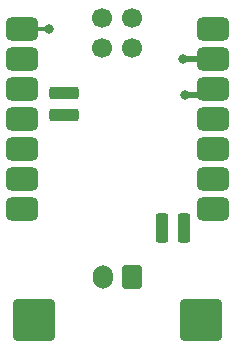
<source format=gbr>
%TF.GenerationSoftware,KiCad,Pcbnew,8.0.5*%
%TF.CreationDate,2024-10-16T14:13:12+03:00*%
%TF.ProjectId,H2Car_BatteryLevelndicator,48324361-725f-4426-9174-746572794c65,rev?*%
%TF.SameCoordinates,Original*%
%TF.FileFunction,Copper,L1,Top*%
%TF.FilePolarity,Positive*%
%FSLAX46Y46*%
G04 Gerber Fmt 4.6, Leading zero omitted, Abs format (unit mm)*
G04 Created by KiCad (PCBNEW 8.0.5) date 2024-10-16 14:13:12*
%MOMM*%
%LPD*%
G01*
G04 APERTURE LIST*
G04 Aperture macros list*
%AMRoundRect*
0 Rectangle with rounded corners*
0 $1 Rounding radius*
0 $2 $3 $4 $5 $6 $7 $8 $9 X,Y pos of 4 corners*
0 Add a 4 corners polygon primitive as box body*
4,1,4,$2,$3,$4,$5,$6,$7,$8,$9,$2,$3,0*
0 Add four circle primitives for the rounded corners*
1,1,$1+$1,$2,$3*
1,1,$1+$1,$4,$5*
1,1,$1+$1,$6,$7*
1,1,$1+$1,$8,$9*
0 Add four rect primitives between the rounded corners*
20,1,$1+$1,$2,$3,$4,$5,0*
20,1,$1+$1,$4,$5,$6,$7,0*
20,1,$1+$1,$6,$7,$8,$9,0*
20,1,$1+$1,$8,$9,$2,$3,0*%
G04 Aperture macros list end*
%TA.AperFunction,ComponentPad*%
%ADD10RoundRect,0.250002X-1.499998X-1.499998X1.499998X-1.499998X1.499998X1.499998X-1.499998X1.499998X0*%
%TD*%
%TA.AperFunction,SMDPad,CuDef*%
%ADD11RoundRect,0.500000X-0.875000X-0.500000X0.875000X-0.500000X0.875000X0.500000X-0.875000X0.500000X0*%
%TD*%
%TA.AperFunction,SMDPad,CuDef*%
%ADD12RoundRect,0.275000X0.975000X0.275000X-0.975000X0.275000X-0.975000X-0.275000X0.975000X-0.275000X0*%
%TD*%
%TA.AperFunction,SMDPad,CuDef*%
%ADD13RoundRect,0.275000X-0.275000X0.975000X-0.275000X-0.975000X0.275000X-0.975000X0.275000X0.975000X0*%
%TD*%
%TA.AperFunction,SMDPad,CuDef*%
%ADD14C,1.700000*%
%TD*%
%TA.AperFunction,ComponentPad*%
%ADD15RoundRect,0.250000X0.600000X0.750000X-0.600000X0.750000X-0.600000X-0.750000X0.600000X-0.750000X0*%
%TD*%
%TA.AperFunction,ComponentPad*%
%ADD16O,1.700000X2.000000*%
%TD*%
%TA.AperFunction,ViaPad*%
%ADD17C,0.800000*%
%TD*%
%TA.AperFunction,Conductor*%
%ADD18C,0.500000*%
%TD*%
%TA.AperFunction,Conductor*%
%ADD19C,0.300000*%
%TD*%
G04 APERTURE END LIST*
D10*
%TO.P,J1,1,Pin_1*%
%TO.N,/+7.6VSupply*%
X80848200Y-95148400D03*
%TD*%
%TO.P,J3,1,Pin_1*%
%TO.N,GND*%
X94996000Y-95148400D03*
%TD*%
D11*
%TO.P,U1,1,PA02_A0_D0*%
%TO.N,/VBat*%
X79829000Y-70519100D03*
%TO.P,U1,2,PA4_A1_D1*%
%TO.N,unconnected-(U1-PA4_A1_D1-Pad2)*%
X79829000Y-73059100D03*
%TO.P,U1,3,PA10_A2_D2*%
%TO.N,unconnected-(U1-PA10_A2_D2-Pad3)*%
X79829000Y-75599100D03*
%TO.P,U1,4,PA11_A3_D3*%
%TO.N,unconnected-(U1-PA11_A3_D3-Pad4)*%
X79829000Y-78139100D03*
%TO.P,U1,5,PA8_A4_D4_SDA*%
%TO.N,unconnected-(U1-PA8_A4_D4_SDA-Pad5)*%
X79829000Y-80679100D03*
%TO.P,U1,6,PA9_A5_D5_SCL*%
%TO.N,unconnected-(U1-PA9_A5_D5_SCL-Pad6)*%
X79829000Y-83219100D03*
%TO.P,U1,7,PB08_A6_D6_TX*%
%TO.N,unconnected-(U1-PB08_A6_D6_TX-Pad7)*%
X79829000Y-85759100D03*
%TO.P,U1,8,PB09_A7_D7_RX*%
%TO.N,unconnected-(U1-PB09_A7_D7_RX-Pad8)*%
X95994000Y-85759100D03*
%TO.P,U1,9,PA7_A8_D8_SCK*%
%TO.N,unconnected-(U1-PA7_A8_D8_SCK-Pad9)*%
X95994000Y-83219100D03*
%TO.P,U1,10,PA5_A9_D9_MISO*%
%TO.N,unconnected-(U1-PA5_A9_D9_MISO-Pad10)*%
X95994000Y-80679100D03*
%TO.P,U1,11,PA6_A10_D10_MOSI*%
%TO.N,unconnected-(U1-PA6_A10_D10_MOSI-Pad11)*%
X95994000Y-78139100D03*
%TO.P,U1,12,3V3*%
%TO.N,3.3Vcc*%
X95994000Y-75599100D03*
%TO.P,U1,13,GND*%
%TO.N,GND*%
X95994000Y-73059100D03*
%TO.P,U1,14,5V*%
%TO.N,unconnected-(U1-5V-Pad14)*%
X95994000Y-70519100D03*
D12*
%TO.P,U1,15,BAT*%
%TO.N,unconnected-(U1-BAT-Pad15)*%
X83439000Y-77825600D03*
%TO.P,U1,16,GND*%
%TO.N,unconnected-(U1-GND-Pad16)*%
X83439000Y-75920600D03*
D13*
%TO.P,U1,17,NFC1*%
%TO.N,unconnected-(U1-NFC1-Pad17)*%
X91694000Y-87376000D03*
%TO.P,U1,18,NFC2*%
%TO.N,unconnected-(U1-NFC2-Pad18)*%
X93599000Y-87376000D03*
D14*
%TO.P,U1,19,PA31_SWDIO*%
%TO.N,unconnected-(U1-PA31_SWDIO-Pad19)*%
X86614000Y-69570600D03*
%TO.P,U1,20,PA30_SWCLK*%
%TO.N,unconnected-(U1-PA30_SWCLK-Pad20)*%
X89154000Y-69570600D03*
%TO.P,U1,21,RESET*%
%TO.N,unconnected-(U1-RESET-Pad21)*%
X86614000Y-72110600D03*
%TO.P,U1,22,GND*%
%TO.N,unconnected-(U1-GND-Pad22)*%
X89154000Y-72110600D03*
%TD*%
D15*
%TO.P,J2,1,Pin_1*%
%TO.N,GND*%
X89159400Y-91546000D03*
D16*
%TO.P,J2,2,Pin_2*%
%TO.N,/+7.6VSupply*%
X86659400Y-91546000D03*
%TD*%
D17*
%TO.N,GND*%
X93446600Y-73025000D03*
%TO.N,3.3Vcc*%
X93675200Y-76123800D03*
%TO.N,/VBat*%
X82143600Y-70510400D03*
%TD*%
D18*
%TO.N,GND*%
X95994000Y-73059100D02*
X93480700Y-73059100D01*
X93480700Y-73059100D02*
X93446600Y-73025000D01*
%TO.N,3.3Vcc*%
X95469300Y-76123800D02*
X95994000Y-75599100D01*
X93675200Y-76123800D02*
X95469300Y-76123800D01*
D19*
%TO.N,/VBat*%
X82143600Y-70510400D02*
X79837700Y-70510400D01*
X79837700Y-70510400D02*
X79829000Y-70519100D01*
%TD*%
M02*

</source>
